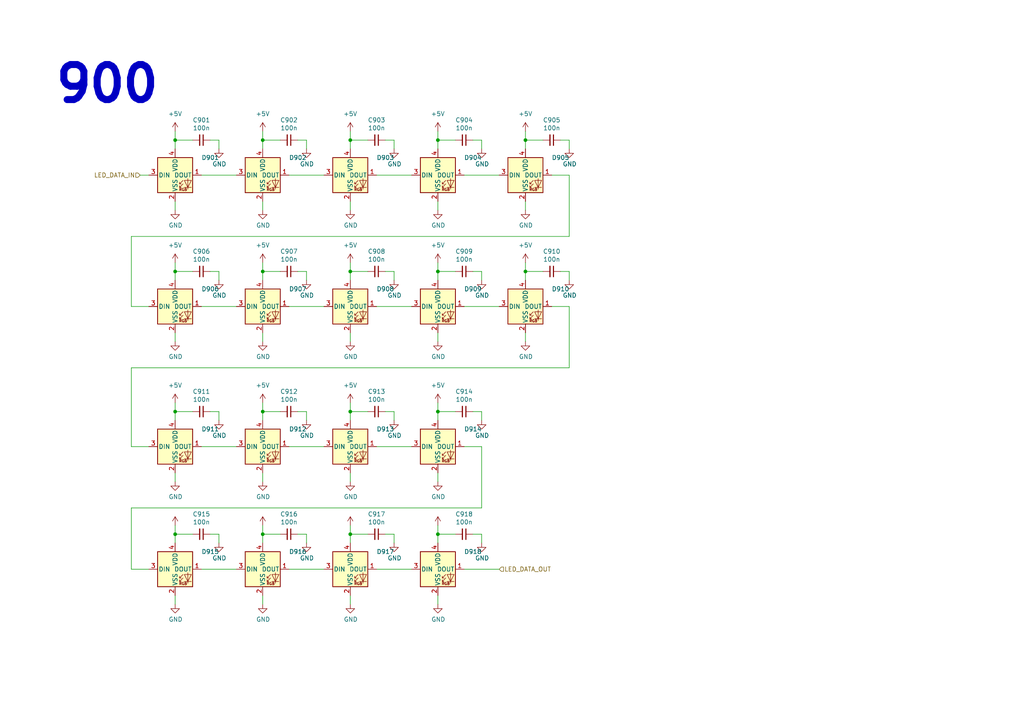
<source format=kicad_sch>
(kicad_sch (version 20230121) (generator eeschema)
  (paper "A4")
  (lib_symbols
    (symbol "power:+5V" (power) (pin_names (offset 0))
      (property "Value" "+5V" (at 0 3.556 0))
      (symbol "+5V_0_1"
        (polyline (pts (xy -0.762 1.27) (xy 0 2.54)))
        (polyline (pts (xy 0 0) (xy 0 2.54)))
        (polyline (pts (xy 0 2.54) (xy 0.762 1.27)))
      )
      (symbol "+5V_1_1"
        (pin power_in line (at 0 0 90) (length 0) hide (name "+5V") (number "1"))
      )
    )
    (symbol "power:GND" (power) (pin_names (offset 0))
      (property "Value" "GND" (at 0 -3.81 0))
      (symbol "GND_0_1"
        (polyline (pts (xy 0 0) (xy 0 -1.27) (xy 1.27 -1.27) (xy 0 -2.54) (xy -1.27 -1.27) (xy 0 -1.27)))
      )
      (symbol "GND_1_1"
        (pin power_in line (at 0 0 270) (length 0) hide (name "GND") (number "1"))
      )
    )
    (symbol "suku_basics:CAP" (pin_numbers hide) (pin_names (offset 0.254) hide)
      (property "Reference" "C" (at 0.254 1.778 0))
      (property "Value" "CAP" (at 0.254 -2.032 0))
      (symbol "CAP_0_1"
        (polyline (pts (xy -1.524 -0.508) (xy 1.524 -0.508)) (stroke (width 0.3302)))
        (polyline (pts (xy -1.524 0.508) (xy 1.524 0.508)) (stroke (width 0.3048)))
      )
      (symbol "CAP_1_1"
        (pin passive line (at 0 2.54 270) (length 2.032) (name "~") (number "1"))
        (pin passive line (at 0 -2.54 90) (length 2.032) (name "~") (number "2"))
      )
    )
    (symbol "suku_basics:UI_WS2812C-2020" (pin_names (offset 0.254))
      (property "Reference" "D" (at 5.08 5.715 0))
      (property "Value" "UI_WS2812C-2020" (at 1.27 -5.715 0))
      (symbol "UI_WS2812C-2020_0_0"
        (text "RGB" (at 2.286 -4.191 0) (effects (font (size 0.762 0.762))))
      )
      (symbol "UI_WS2812C-2020_0_1"
        (polyline (pts (xy 1.27 -3.556) (xy 1.778 -3.556)))
        (polyline (pts (xy 1.27 -2.54) (xy 1.778 -2.54)))
        (polyline (pts (xy 4.699 -3.556) (xy 2.667 -3.556)))
        (polyline (pts (xy 2.286 -2.54) (xy 1.27 -3.556) (xy 1.27 -3.048)))
        (polyline (pts (xy 2.286 -1.524) (xy 1.27 -2.54) (xy 1.27 -2.032)))
        (polyline (pts (xy 3.683 -1.016) (xy 3.683 -3.556) (xy 3.683 -4.064)))
        (polyline (pts (xy 4.699 -1.524) (xy 2.667 -1.524) (xy 3.683 -3.556) (xy 4.699 -1.524)))
        (rectangle (start 5.08 5.08) (end -5.08 -5.08) (stroke (width 0.254)) (fill (type background)))
      )
      (symbol "UI_WS2812C-2020_1_1"
        (pin output line (at 7.62 0 180) (length 2.54) (name "DOUT") (number "1"))
        (pin power_in line (at 0 -7.62 90) (length 2.54) (name "VSS") (number "2"))
        (pin input line (at -7.62 0 0) (length 2.54) (name "DIN") (number "3"))
        (pin power_in line (at 0 7.62 270) (length 2.54) (name "VDD") (number "4"))
      )
    )
  )
  (junction (at 127 40.64))
  (junction (at 101.6 154.94))
  (junction (at 76.2 154.94))
  (junction (at 50.8 119.38))
  (junction (at 76.2 78.74))
  (junction (at 101.6 78.74))
  (junction (at 101.6 119.38))
  (junction (at 50.8 40.64))
  (junction (at 127 154.94))
  (junction (at 152.4 40.64))
  (junction (at 127 78.74))
  (junction (at 127 119.38))
  (junction (at 101.6 40.64))
  (junction (at 152.4 78.74))
  (junction (at 50.8 78.74))
  (junction (at 76.2 119.38))
  (junction (at 50.8 154.94))
  (junction (at 76.2 40.64))
  (wire (pts (xy 139.7 147.32) (xy 38.1 147.32)))
  (wire (pts (xy 81.28 40.64) (xy 76.2 40.64)))
  (wire (pts (xy 127 81.28) (xy 127 78.74)))
  (wire (pts (xy 139.7 129.54) (xy 139.7 147.32)))
  (wire (pts (xy 114.3 40.64) (xy 111.76 40.64)))
  (wire (pts (xy 114.3 78.74) (xy 111.76 78.74)))
  (wire (pts (xy 63.5 78.74) (xy 60.96 78.74)))
  (wire (pts (xy 63.5 81.28) (xy 63.5 78.74)))
  (wire (pts (xy 50.8 40.64) (xy 50.8 38.1)))
  (wire (pts (xy 76.2 157.48) (xy 76.2 154.94)))
  (wire (pts (xy 38.1 129.54) (xy 43.18 129.54)))
  (wire (pts (xy 114.3 157.48) (xy 114.3 154.94)))
  (wire (pts (xy 76.2 60.96) (xy 76.2 58.42)))
  (wire (pts (xy 127 121.92) (xy 127 119.38)))
  (wire (pts (xy 38.1 68.58) (xy 165.1 68.58)))
  (wire (pts (xy 88.9 154.94) (xy 86.36 154.94)))
  (wire (pts (xy 50.8 60.96) (xy 50.8 58.42)))
  (wire (pts (xy 127 139.7) (xy 127 137.16)))
  (wire (pts (xy 165.1 81.28) (xy 165.1 78.74)))
  (wire (pts (xy 88.9 119.38) (xy 86.36 119.38)))
  (wire (pts (xy 38.1 68.58) (xy 38.1 88.9)))
  (wire (pts (xy 58.42 129.54) (xy 68.58 129.54)))
  (wire (pts (xy 81.28 154.94) (xy 76.2 154.94)))
  (wire (pts (xy 63.5 119.38) (xy 60.96 119.38)))
  (wire (pts (xy 76.2 40.64) (xy 76.2 38.1)))
  (wire (pts (xy 38.1 165.1) (xy 43.18 165.1)))
  (wire (pts (xy 63.5 40.64) (xy 60.96 40.64)))
  (wire (pts (xy 38.1 106.68) (xy 38.1 129.54)))
  (wire (pts (xy 165.1 40.64) (xy 162.56 40.64)))
  (wire (pts (xy 114.3 119.38) (xy 111.76 119.38)))
  (wire (pts (xy 38.1 147.32) (xy 38.1 165.1)))
  (wire (pts (xy 114.3 154.94) (xy 111.76 154.94)))
  (wire (pts (xy 165.1 78.74) (xy 162.56 78.74)))
  (wire (pts (xy 127 78.74) (xy 127 76.2)))
  (wire (pts (xy 58.42 165.1) (xy 68.58 165.1)))
  (wire (pts (xy 114.3 43.18) (xy 114.3 40.64)))
  (wire (pts (xy 101.6 175.26) (xy 101.6 172.72)))
  (wire (pts (xy 63.5 43.18) (xy 63.5 40.64)))
  (wire (pts (xy 76.2 76.2) (xy 76.2 78.74)))
  (wire (pts (xy 88.9 121.92) (xy 88.9 119.38)))
  (wire (pts (xy 101.6 43.18) (xy 101.6 40.64)))
  (wire (pts (xy 152.4 99.06) (xy 152.4 96.52)))
  (wire (pts (xy 109.22 129.54) (xy 119.38 129.54)))
  (wire (pts (xy 132.08 154.94) (xy 127 154.94)))
  (wire (pts (xy 152.4 43.18) (xy 152.4 40.64)))
  (wire (pts (xy 50.8 81.28) (xy 50.8 78.74)))
  (wire (pts (xy 83.82 165.1) (xy 93.98 165.1)))
  (wire (pts (xy 101.6 139.7) (xy 101.6 137.16)))
  (wire (pts (xy 63.5 154.94) (xy 60.96 154.94)))
  (wire (pts (xy 50.8 157.48) (xy 50.8 154.94)))
  (wire (pts (xy 127 60.96) (xy 127 58.42)))
  (wire (pts (xy 134.62 165.1) (xy 144.78 165.1)))
  (wire (pts (xy 50.8 175.26) (xy 50.8 172.72)))
  (wire (pts (xy 76.2 121.92) (xy 76.2 119.38)))
  (wire (pts (xy 88.9 43.18) (xy 88.9 40.64)))
  (wire (pts (xy 132.08 78.74) (xy 127 78.74)))
  (wire (pts (xy 38.1 88.9) (xy 43.18 88.9)))
  (wire (pts (xy 88.9 157.48) (xy 88.9 154.94)))
  (wire (pts (xy 81.28 119.38) (xy 76.2 119.38)))
  (wire (pts (xy 76.2 99.06) (xy 76.2 96.52)))
  (wire (pts (xy 101.6 121.92) (xy 101.6 119.38)))
  (wire (pts (xy 165.1 43.18) (xy 165.1 40.64)))
  (wire (pts (xy 101.6 99.06) (xy 101.6 96.52)))
  (wire (pts (xy 106.68 119.38) (xy 101.6 119.38)))
  (wire (pts (xy 40.64 50.8) (xy 43.18 50.8)))
  (wire (pts (xy 50.8 154.94) (xy 50.8 152.4)))
  (wire (pts (xy 127 43.18) (xy 127 40.64)))
  (wire (pts (xy 127 175.26) (xy 127 172.72)))
  (wire (pts (xy 83.82 129.54) (xy 93.98 129.54)))
  (wire (pts (xy 76.2 154.94) (xy 76.2 152.4)))
  (wire (pts (xy 50.8 119.38) (xy 50.8 116.84)))
  (wire (pts (xy 50.8 43.18) (xy 50.8 40.64)))
  (wire (pts (xy 134.62 50.8) (xy 144.78 50.8)))
  (wire (pts (xy 139.7 119.38) (xy 137.16 119.38)))
  (wire (pts (xy 50.8 119.38) (xy 55.88 119.38)))
  (wire (pts (xy 58.42 88.9) (xy 68.58 88.9)))
  (wire (pts (xy 134.62 129.54) (xy 139.7 129.54)))
  (wire (pts (xy 152.4 81.28) (xy 152.4 78.74)))
  (wire (pts (xy 81.28 78.74) (xy 76.2 78.74)))
  (wire (pts (xy 127 40.64) (xy 127 38.1)))
  (wire (pts (xy 58.42 50.8) (xy 68.58 50.8)))
  (wire (pts (xy 160.02 88.9) (xy 165.1 88.9)))
  (wire (pts (xy 160.02 50.8) (xy 165.1 50.8)))
  (wire (pts (xy 76.2 139.7) (xy 76.2 137.16)))
  (wire (pts (xy 50.8 78.74) (xy 55.88 78.74)))
  (wire (pts (xy 109.22 50.8) (xy 119.38 50.8)))
  (wire (pts (xy 106.68 78.74) (xy 101.6 78.74)))
  (wire (pts (xy 134.62 88.9) (xy 144.78 88.9)))
  (wire (pts (xy 114.3 81.28) (xy 114.3 78.74)))
  (wire (pts (xy 101.6 119.38) (xy 101.6 116.84)))
  (wire (pts (xy 152.4 60.96) (xy 152.4 58.42)))
  (wire (pts (xy 83.82 88.9) (xy 93.98 88.9)))
  (wire (pts (xy 101.6 81.28) (xy 101.6 78.74)))
  (wire (pts (xy 152.4 78.74) (xy 152.4 76.2)))
  (wire (pts (xy 88.9 81.28) (xy 88.9 78.74)))
  (wire (pts (xy 139.7 43.18) (xy 139.7 40.64)))
  (wire (pts (xy 63.5 157.48) (xy 63.5 154.94)))
  (wire (pts (xy 127 99.06) (xy 127 96.52)))
  (wire (pts (xy 101.6 40.64) (xy 101.6 38.1)))
  (wire (pts (xy 50.8 139.7) (xy 50.8 137.16)))
  (wire (pts (xy 165.1 68.58) (xy 165.1 50.8)))
  (wire (pts (xy 127 119.38) (xy 127 116.84)))
  (wire (pts (xy 139.7 121.92) (xy 139.7 119.38)))
  (wire (pts (xy 88.9 40.64) (xy 86.36 40.64)))
  (wire (pts (xy 76.2 116.84) (xy 76.2 119.38)))
  (wire (pts (xy 139.7 154.94) (xy 137.16 154.94)))
  (wire (pts (xy 139.7 157.48) (xy 139.7 154.94)))
  (wire (pts (xy 101.6 78.74) (xy 101.6 76.2)))
  (wire (pts (xy 127 154.94) (xy 127 152.4)))
  (wire (pts (xy 139.7 40.64) (xy 137.16 40.64)))
  (wire (pts (xy 106.68 40.64) (xy 101.6 40.64)))
  (wire (pts (xy 50.8 121.92) (xy 50.8 119.38)))
  (wire (pts (xy 101.6 154.94) (xy 101.6 152.4)))
  (wire (pts (xy 101.6 60.96) (xy 101.6 58.42)))
  (wire (pts (xy 165.1 106.68) (xy 165.1 88.9)))
  (wire (pts (xy 132.08 40.64) (xy 127 40.64)))
  (wire (pts (xy 114.3 121.92) (xy 114.3 119.38)))
  (wire (pts (xy 139.7 78.74) (xy 137.16 78.74)))
  (wire (pts (xy 157.48 78.74) (xy 152.4 78.74)))
  (wire (pts (xy 76.2 43.18) (xy 76.2 40.64)))
  (wire (pts (xy 38.1 106.68) (xy 165.1 106.68)))
  (wire (pts (xy 63.5 121.92) (xy 63.5 119.38)))
  (wire (pts (xy 76.2 175.26) (xy 76.2 172.72)))
  (wire (pts (xy 157.48 40.64) (xy 152.4 40.64)))
  (wire (pts (xy 132.08 119.38) (xy 127 119.38)))
  (wire (pts (xy 76.2 81.28) (xy 76.2 78.74)))
  (wire (pts (xy 109.22 165.1) (xy 119.38 165.1)))
  (wire (pts (xy 50.8 78.74) (xy 50.8 76.2)))
  (wire (pts (xy 106.68 154.94) (xy 101.6 154.94)))
  (wire (pts (xy 109.22 88.9) (xy 119.38 88.9)))
  (wire (pts (xy 50.8 99.06) (xy 50.8 96.52)))
  (wire (pts (xy 83.82 50.8) (xy 93.98 50.8)))
  (wire (pts (xy 101.6 157.48) (xy 101.6 154.94)))
  (wire (pts (xy 139.7 81.28) (xy 139.7 78.74)))
  (wire (pts (xy 152.4 40.64) (xy 152.4 38.1)))
  (wire (pts (xy 88.9 78.74) (xy 86.36 78.74)))
  (wire (pts (xy 50.8 154.94) (xy 55.88 154.94)))
  (wire (pts (xy 127 157.48) (xy 127 154.94)))
  (wire (pts (xy 50.8 40.64) (xy 55.88 40.64)))
  (text "900" (at 15.24 30.48 0) (effects (font (size 10.16 10.16) (thickness 2.032) bold) (justify left bottom)))
  (hierarchical_label "LED_DATA_OUT" (shape input) (at 144.78 165.1 0))
  (hierarchical_label "LED_DATA_IN" (shape input) (at 40.64 50.8 180))
  (symbol (lib_id "suku_basics:UI_WS2812C-2020") (at 50.8 50.8 0) (unit 1)
    (property "Reference" "D901" (at 58.42 45.72 0) (effects (justify left)))
    (property "Value" "WS2812C-2020" (effects hide))
    (property "Footprint" "suku_basics:UI_WS2812C-2020" (effects hide))
  )
  (symbol (lib_id "power:GND") (at 50.8 60.96 0) (unit 1)
    (property "Reference" "#PWR0911" (effects hide))
    (property "Value" "GND" (at 50.927 65.3542 0))
  )
  (symbol (lib_id "suku_basics:UI_WS2812C-2020") (at 76.2 50.8 0) (unit 1)
    (property "Reference" "D902" (at 83.82 45.72 0) (effects (justify left)))
    (property "Value" "WS2812C-2020" (effects hide))
    (property "Footprint" "suku_basics:UI_WS2812C-2020" (effects hide))
  )
  (symbol (lib_id "power:GND") (at 76.2 60.96 0) (unit 1)
    (property "Reference" "#PWR0912" (effects hide))
    (property "Value" "GND" (at 76.327 65.3542 0))
  )
  (symbol (lib_id "suku_basics:UI_WS2812C-2020") (at 101.6 50.8 0) (unit 1)
    (property "Reference" "D903" (at 109.22 45.72 0) (effects (justify left)))
    (property "Value" "WS2812C-2020" (effects hide))
    (property "Footprint" "suku_basics:UI_WS2812C-2020" (effects hide))
  )
  (symbol (lib_id "power:GND") (at 101.6 60.96 0) (unit 1)
    (property "Reference" "#PWR0913" (effects hide))
    (property "Value" "GND" (at 101.727 65.3542 0))
  )
  (symbol (lib_id "suku_basics:UI_WS2812C-2020") (at 127 50.8 0) (unit 1)
    (property "Reference" "D904" (at 134.62 45.72 0) (effects (justify left)))
    (property "Value" "WS2812C-2020" (effects hide))
    (property "Footprint" "suku_basics:UI_WS2812C-2020" (effects hide))
  )
  (symbol (lib_id "power:GND") (at 127 60.96 0) (unit 1)
    (property "Reference" "#PWR0914" (effects hide))
    (property "Value" "GND" (at 127.127 65.3542 0))
  )
  (symbol (lib_id "suku_basics:CAP") (at 58.42 40.64 270) (unit 1)
    (property "Reference" "C901" (at 58.42 34.8234 90))
    (property "Value" "100n" (at 58.42 37.1348 90))
    (property "Footprint" "suku_basics:CAP_0402" (effects hide))
  )
  (symbol (lib_id "power:GND") (at 63.5 43.18 0) (unit 1)
    (property "Reference" "#PWR0906" (effects hide))
    (property "Value" "GND" (at 63.627 47.5742 0))
  )
  (symbol (lib_id "suku_basics:CAP") (at 83.82 40.64 270) (unit 1)
    (property "Reference" "C902" (at 83.82 34.8234 90))
    (property "Value" "100n" (at 83.82 37.1348 90))
    (property "Footprint" "suku_basics:CAP_0402" (effects hide))
  )
  (symbol (lib_id "power:GND") (at 88.9 43.18 0) (unit 1)
    (property "Reference" "#PWR0907" (effects hide))
    (property "Value" "GND" (at 89.027 47.5742 0))
  )
  (symbol (lib_id "suku_basics:CAP") (at 109.22 40.64 270) (unit 1)
    (property "Reference" "C903" (at 109.22 34.8234 90))
    (property "Value" "100n" (at 109.22 37.1348 90))
    (property "Footprint" "suku_basics:CAP_0402" (effects hide))
  )
  (symbol (lib_id "power:GND") (at 114.3 43.18 0) (unit 1)
    (property "Reference" "#PWR0908" (effects hide))
    (property "Value" "GND" (at 114.427 47.5742 0))
  )
  (symbol (lib_id "suku_basics:CAP") (at 134.62 40.64 270) (unit 1)
    (property "Reference" "C904" (at 134.62 34.8234 90))
    (property "Value" "100n" (at 134.62 37.1348 90))
    (property "Footprint" "suku_basics:CAP_0402" (effects hide))
  )
  (symbol (lib_id "power:GND") (at 139.7 43.18 0) (unit 1)
    (property "Reference" "#PWR0909" (effects hide))
    (property "Value" "GND" (at 139.827 47.5742 0))
  )
  (symbol (lib_id "suku_basics:UI_WS2812C-2020") (at 50.8 88.9 0) (unit 1)
    (property "Reference" "D906" (at 58.42 83.82 0) (effects (justify left)))
    (property "Value" "WS2812C-2020" (effects hide))
    (property "Footprint" "suku_basics:UI_WS2812C-2020" (effects hide))
  )
  (symbol (lib_id "power:GND") (at 50.8 99.06 0) (unit 1)
    (property "Reference" "#PWR0926" (effects hide))
    (property "Value" "GND" (at 50.927 103.4542 0))
  )
  (symbol (lib_id "suku_basics:UI_WS2812C-2020") (at 76.2 88.9 0) (unit 1)
    (property "Reference" "D907" (at 83.82 83.82 0) (effects (justify left)))
    (property "Value" "WS2812C-2020" (effects hide))
    (property "Footprint" "suku_basics:UI_WS2812C-2020" (effects hide))
  )
  (symbol (lib_id "power:GND") (at 76.2 99.06 0) (unit 1)
    (property "Reference" "#PWR0927" (effects hide))
    (property "Value" "GND" (at 76.327 103.4542 0))
  )
  (symbol (lib_id "suku_basics:UI_WS2812C-2020") (at 101.6 88.9 0) (unit 1)
    (property "Reference" "D908" (at 109.22 83.82 0) (effects (justify left)))
    (property "Value" "WS2812C-2020" (effects hide))
    (property "Footprint" "suku_basics:UI_WS2812C-2020" (effects hide))
  )
  (symbol (lib_id "power:GND") (at 101.6 99.06 0) (unit 1)
    (property "Reference" "#PWR0928" (effects hide))
    (property "Value" "GND" (at 101.727 103.4542 0))
  )
  (symbol (lib_id "suku_basics:UI_WS2812C-2020") (at 127 88.9 0) (unit 1)
    (property "Reference" "D909" (at 134.62 83.82 0) (effects (justify left)))
    (property "Value" "WS2812C-2020" (effects hide))
    (property "Footprint" "suku_basics:UI_WS2812C-2020" (effects hide))
  )
  (symbol (lib_id "power:GND") (at 127 99.06 0) (unit 1)
    (property "Reference" "#PWR0929" (effects hide))
    (property "Value" "GND" (at 127.127 103.4542 0))
  )
  (symbol (lib_id "suku_basics:CAP") (at 58.42 78.74 270) (unit 1)
    (property "Reference" "C906" (at 58.42 72.9234 90))
    (property "Value" "100n" (at 58.42 75.2348 90))
    (property "Footprint" "suku_basics:CAP_0402" (effects hide))
  )
  (symbol (lib_id "power:GND") (at 63.5 81.28 0) (unit 1)
    (property "Reference" "#PWR0921" (effects hide))
    (property "Value" "GND" (at 63.627 85.6742 0))
  )
  (symbol (lib_id "suku_basics:CAP") (at 83.82 78.74 270) (unit 1)
    (property "Reference" "C907" (at 83.82 72.9234 90))
    (property "Value" "100n" (at 83.82 75.2348 90))
    (property "Footprint" "suku_basics:CAP_0402" (effects hide))
  )
  (symbol (lib_id "power:GND") (at 88.9 81.28 0) (unit 1)
    (property "Reference" "#PWR0922" (effects hide))
    (property "Value" "GND" (at 89.027 85.6742 0))
  )
  (symbol (lib_id "suku_basics:CAP") (at 109.22 78.74 270) (unit 1)
    (property "Reference" "C908" (at 109.22 72.9234 90))
    (property "Value" "100n" (at 109.22 75.2348 90))
    (property "Footprint" "suku_basics:CAP_0402" (effects hide))
  )
  (symbol (lib_id "power:GND") (at 114.3 81.28 0) (unit 1)
    (property "Reference" "#PWR0923" (effects hide))
    (property "Value" "GND" (at 114.427 85.6742 0))
  )
  (symbol (lib_id "suku_basics:CAP") (at 134.62 78.74 270) (unit 1)
    (property "Reference" "C909" (at 134.62 72.9234 90))
    (property "Value" "100n" (at 134.62 75.2348 90))
    (property "Footprint" "suku_basics:CAP_0402" (effects hide))
  )
  (symbol (lib_id "power:GND") (at 139.7 81.28 0) (unit 1)
    (property "Reference" "#PWR0924" (effects hide))
    (property "Value" "GND" (at 139.827 85.6742 0))
  )
  (symbol (lib_id "suku_basics:UI_WS2812C-2020") (at 50.8 165.1 0) (unit 1)
    (property "Reference" "D915" (at 58.42 160.02 0) (effects (justify left)))
    (property "Value" "WS2812C-2020" (effects hide))
    (property "Footprint" "suku_basics:UI_WS2812C-2020" (effects hide))
  )
  (symbol (lib_id "power:GND") (at 50.8 175.26 0) (unit 1)
    (property "Reference" "#PWR0953" (effects hide))
    (property "Value" "GND" (at 50.927 179.6542 0))
  )
  (symbol (lib_id "suku_basics:UI_WS2812C-2020") (at 76.2 165.1 0) (unit 1)
    (property "Reference" "D916" (at 83.82 160.02 0) (effects (justify left)))
    (property "Value" "WS2812C-2020" (effects hide))
    (property "Footprint" "suku_basics:UI_WS2812C-2020" (effects hide))
  )
  (symbol (lib_id "power:GND") (at 76.2 175.26 0) (unit 1)
    (property "Reference" "#PWR0954" (effects hide))
    (property "Value" "GND" (at 76.327 179.6542 0))
  )
  (symbol (lib_id "suku_basics:UI_WS2812C-2020") (at 101.6 165.1 0) (unit 1)
    (property "Reference" "D917" (at 109.22 160.02 0) (effects (justify left)))
    (property "Value" "WS2812C-2020" (effects hide))
    (property "Footprint" "suku_basics:UI_WS2812C-2020" (effects hide))
  )
  (symbol (lib_id "power:GND") (at 101.6 175.26 0) (unit 1)
    (property "Reference" "#PWR0955" (effects hide))
    (property "Value" "GND" (at 101.727 179.6542 0))
  )
  (symbol (lib_id "suku_basics:UI_WS2812C-2020") (at 127 165.1 0) (unit 1)
    (property "Reference" "D918" (at 134.62 160.02 0) (effects (justify left)))
    (property "Value" "WS2812C-2020" (effects hide))
    (property "Footprint" "suku_basics:UI_WS2812C-2020" (effects hide))
  )
  (symbol (lib_id "power:GND") (at 127 175.26 0) (unit 1)
    (property "Reference" "#PWR0956" (effects hide))
    (property "Value" "GND" (at 127.127 179.6542 0))
  )
  (symbol (lib_id "suku_basics:CAP") (at 58.42 154.94 270) (unit 1)
    (property "Reference" "C915" (at 58.42 149.1234 90))
    (property "Value" "100n" (at 58.42 151.4348 90))
    (property "Footprint" "suku_basics:CAP_0402" (effects hide))
  )
  (symbol (lib_id "power:GND") (at 63.5 157.48 0) (unit 1)
    (property "Reference" "#PWR0949" (effects hide))
    (property "Value" "GND" (at 63.627 161.8742 0))
  )
  (symbol (lib_id "suku_basics:CAP") (at 83.82 154.94 270) (unit 1)
    (property "Reference" "C916" (at 83.82 149.1234 90))
    (property "Value" "100n" (at 83.82 151.4348 90))
    (property "Footprint" "suku_basics:CAP_0402" (effects hide))
  )
  (symbol (lib_id "power:GND") (at 88.9 157.48 0) (unit 1)
    (property "Reference" "#PWR0950" (effects hide))
    (property "Value" "GND" (at 89.027 161.8742 0))
  )
  (symbol (lib_id "suku_basics:CAP") (at 109.22 154.94 270) (unit 1)
    (property "Reference" "C917" (at 109.22 149.1234 90))
    (property "Value" "100n" (at 109.22 151.4348 90))
    (property "Footprint" "suku_basics:CAP_0402" (effects hide))
  )
  (symbol (lib_id "power:GND") (at 114.3 157.48 0) (unit 1)
    (property "Reference" "#PWR0951" (effects hide))
    (property "Value" "GND" (at 114.427 161.8742 0))
  )
  (symbol (lib_id "suku_basics:CAP") (at 134.62 154.94 270) (unit 1)
    (property "Reference" "C918" (at 134.62 149.1234 90))
    (property "Value" "100n" (at 134.62 151.4348 90))
    (property "Footprint" "suku_basics:CAP_0402" (effects hide))
  )
  (symbol (lib_id "power:GND") (at 139.7 157.48 0) (unit 1)
    (property "Reference" "#PWR0952" (effects hide))
    (property "Value" "GND" (at 139.827 161.8742 0))
  )
  (symbol (lib_id "suku_basics:UI_WS2812C-2020") (at 76.2 129.54 0) (unit 1)
    (property "Reference" "D912" (at 83.82 124.46 0) (effects (justify left)))
    (property "Value" "WS2812C-2020" (effects hide))
    (property "Footprint" "suku_basics:UI_WS2812C-2020" (effects hide))
  )
  (symbol (lib_id "suku_basics:UI_WS2812C-2020") (at 152.4 88.9 0) (unit 1)
    (property "Reference" "D910" (at 160.02 83.82 0) (effects (justify left)))
    (property "Value" "WS2812C-2020" (effects hide))
    (property "Footprint" "suku_basics:UI_WS2812C-2020" (effects hide))
  )
  (symbol (lib_id "power:GND") (at 152.4 60.96 0) (unit 1)
    (property "Reference" "#PWR0915" (effects hide))
    (property "Value" "GND" (at 152.527 65.3542 0))
  )
  (symbol (lib_id "suku_basics:CAP") (at 160.02 40.64 270) (unit 1)
    (property "Reference" "C905" (at 160.02 34.8234 90))
    (property "Value" "100n" (at 160.02 37.1348 90))
    (property "Footprint" "suku_basics:CAP_0402" (effects hide))
  )
  (symbol (lib_id "power:+5V") (at 127 152.4 0) (unit 1)
    (property "Reference" "#PWR0948" (effects hide))
    (property "Value" "+5V" (effects hide))
  )
  (symbol (lib_id "power:GND") (at 165.1 43.18 0) (unit 1)
    (property "Reference" "#PWR0910" (effects hide))
    (property "Value" "GND" (at 165.227 47.5742 0))
  )
  (symbol (lib_id "power:+5V") (at 101.6 152.4 0) (unit 1)
    (property "Reference" "#PWR0947" (effects hide))
    (property "Value" "+5V" (effects hide))
  )
  (symbol (lib_id "power:GND") (at 152.4 99.06 0) (unit 1)
    (property "Reference" "#PWR0930" (effects hide))
    (property "Value" "GND" (at 152.527 103.4542 0))
  )
  (symbol (lib_id "power:+5V") (at 76.2 38.1 0) (unit 1)
    (property "Reference" "#PWR0902" (effects hide))
    (property "Value" "+5V" (at 76.2 33.02 0))
  )
  (symbol (lib_id "power:GND") (at 76.2 139.7 0) (unit 1)
    (property "Reference" "#PWR0940" (effects hide))
    (property "Value" "GND" (at 76.327 144.0942 0))
  )
  (symbol (lib_id "power:GND") (at 88.9 121.92 0) (unit 1)
    (property "Reference" "#PWR0936" (effects hide))
    (property "Value" "GND" (at 89.027 126.3142 0))
  )
  (symbol (lib_id "power:+5V") (at 127 38.1 0) (unit 1)
    (property "Reference" "#PWR0904" (effects hide))
    (property "Value" "+5V" (at 127 33.02 0))
  )
  (symbol (lib_id "suku_basics:CAP") (at 58.42 119.38 270) (unit 1)
    (property "Reference" "C911" (at 58.42 113.5634 90))
    (property "Value" "100n" (at 58.42 115.8748 90))
    (property "Footprint" "suku_basics:CAP_0402" (effects hide))
  )
  (symbol (lib_id "suku_basics:CAP") (at 83.82 119.38 270) (unit 1)
    (property "Reference" "C912" (at 83.82 113.5634 90))
    (property "Value" "100n" (at 83.82 115.8748 90))
    (property "Footprint" "suku_basics:CAP_0402" (effects hide))
  )
  (symbol (lib_id "suku_basics:UI_WS2812C-2020") (at 127 129.54 0) (unit 1)
    (property "Reference" "D914" (at 134.62 124.46 0) (effects (justify left)))
    (property "Value" "WS2812C-2020" (effects hide))
    (property "Footprint" "suku_basics:UI_WS2812C-2020" (effects hide))
  )
  (symbol (lib_id "power:GND") (at 165.1 81.28 0) (unit 1)
    (property "Reference" "#PWR0925" (effects hide))
    (property "Value" "GND" (at 165.227 85.6742 0))
  )
  (symbol (lib_id "power:+5V") (at 101.6 116.84 0) (unit 1)
    (property "Reference" "#PWR0933" (effects hide))
    (property "Value" "+5V" (at 101.6 111.76 0))
  )
  (symbol (lib_id "power:+5V") (at 50.8 152.4 0) (unit 1)
    (property "Reference" "#PWR0945" (effects hide))
    (property "Value" "+5V" (effects hide))
  )
  (symbol (lib_id "power:+5V") (at 76.2 116.84 0) (unit 1)
    (property "Reference" "#PWR0932" (effects hide))
    (property "Value" "+5V" (at 76.2 111.76 0))
  )
  (symbol (lib_id "power:+5V") (at 152.4 76.2 0) (unit 1)
    (property "Reference" "#PWR0920" (effects hide))
    (property "Value" "+5V" (at 152.4 71.12 0))
  )
  (symbol (lib_id "suku_basics:CAP") (at 160.02 78.74 270) (unit 1)
    (property "Reference" "C910" (at 160.02 72.9234 90))
    (property "Value" "100n" (at 160.02 75.2348 90))
    (property "Footprint" "suku_basics:CAP_0402" (effects hide))
  )
  (symbol (lib_id "power:+5V") (at 127 76.2 0) (unit 1)
    (property "Reference" "#PWR0919" (effects hide))
    (property "Value" "+5V" (at 127 71.12 0))
  )
  (symbol (lib_id "suku_basics:UI_WS2812C-2020") (at 101.6 129.54 0) (unit 1)
    (property "Reference" "D913" (at 109.22 124.46 0) (effects (justify left)))
    (property "Value" "WS2812C-2020" (effects hide))
    (property "Footprint" "suku_basics:UI_WS2812C-2020" (effects hide))
  )
  (symbol (lib_id "power:+5V") (at 101.6 76.2 0) (unit 1)
    (property "Reference" "#PWR0918" (effects hide))
    (property "Value" "+5V" (at 101.6 71.12 0))
  )
  (symbol (lib_id "power:GND") (at 63.5 121.92 0) (unit 1)
    (property "Reference" "#PWR0935" (effects hide))
    (property "Value" "GND" (at 63.627 126.3142 0))
  )
  (symbol (lib_id "power:GND") (at 127 139.7 0) (unit 1)
    (property "Reference" "#PWR0944" (effects hide))
    (property "Value" "GND" (at 127.127 144.0942 0))
  )
  (symbol (lib_id "power:GND") (at 101.6 139.7 0) (unit 1)
    (property "Reference" "#PWR0941" (effects hide))
    (property "Value" "GND" (at 101.727 144.0942 0))
  )
  (symbol (lib_id "power:GND") (at 50.8 139.7 0) (unit 1)
    (property "Reference" "#PWR0939" (effects hide))
    (property "Value" "GND" (at 50.927 144.0942 0))
  )
  (symbol (lib_id "power:+5V") (at 50.8 76.2 0) (unit 1)
    (property "Reference" "#PWR0916" (effects hide))
    (property "Value" "+5V" (at 50.8 71.12 0))
  )
  (symbol (lib_id "power:+5V") (at 50.8 116.84 0) (unit 1)
    (property "Reference" "#PWR0931" (effects hide))
    (property "Value" "+5V" (at 50.8 111.76 0))
  )
  (symbol (lib_id "power:GND") (at 139.7 121.92 0) (unit 1)
    (property "Reference" "#PWR0938" (effects hide))
    (property "Value" "GND" (at 139.827 126.3142 0))
  )
  (symbol (lib_id "power:GND") (at 114.3 121.92 0) (unit 1)
    (property "Reference" "#PWR0937" (effects hide))
    (property "Value" "GND" (at 114.427 126.3142 0))
  )
  (symbol (lib_id "power:+5V") (at 50.8 38.1 0) (unit 1)
    (property "Reference" "#PWR0901" (effects hide))
    (property "Value" "+5V" (at 50.8 33.02 0))
  )
  (symbol (lib_id "suku_basics:CAP") (at 134.62 119.38 270) (unit 1)
    (property "Reference" "C914" (at 134.62 113.5634 90))
    (property "Value" "100n" (at 134.62 115.8748 90))
    (property "Footprint" "suku_basics:CAP_0402" (effects hide))
  )
  (symbol (lib_id "power:+5V") (at 127 116.84 0) (unit 1)
    (property "Reference" "#PWR0934" (effects hide))
    (property "Value" "+5V" (at 127 111.76 0))
  )
  (symbol (lib_id "power:+5V") (at 76.2 152.4 0) (unit 1)
    (property "Reference" "#PWR0946" (effects hide))
    (property "Value" "+5V" (effects hide))
  )
  (symbol (lib_id "power:+5V") (at 76.2 76.2 0) (unit 1)
    (property "Reference" "#PWR0917" (effects hide))
    (property "Value" "+5V" (at 76.2 71.12 0))
  )
  (symbol (lib_id "power:+5V") (at 101.6 38.1 0) (unit 1)
    (property "Reference" "#PWR0903" (effects hide))
    (property "Value" "+5V" (at 101.6 33.02 0))
  )
  (symbol (lib_id "power:+5V") (at 152.4 38.1 0) (unit 1)
    (property "Reference" "#PWR0905" (effects hide))
    (property "Value" "+5V" (at 152.4 33.02 0))
  )
  (symbol (lib_id "suku_basics:UI_WS2812C-2020") (at 152.4 50.8 0) (unit 1)
    (property "Reference" "D905" (at 160.02 45.72 0) (effects (justify left)))
    (property "Value" "WS2812C-2020" (effects hide))
    (property "Footprint" "suku_basics:UI_WS2812C-2020" (effects hide))
  )
  (symbol (lib_id "suku_basics:UI_WS2812C-2020") (at 50.8 129.54 0) (unit 1)
    (property "Reference" "D911" (at 58.42 124.46 0) (effects (justify left)))
    (property "Value" "WS2812C-2020" (effects hide))
    (property "Footprint" "suku_basics:UI_WS2812C-2020" (effects hide))
  )
  (symbol (lib_id "suku_basics:CAP") (at 109.22 119.38 270) (unit 1)
    (property "Reference" "C913" (at 109.22 113.5634 90))
    (property "Value" "100n" (at 109.22 115.8748 90))
    (property "Footprint" "suku_basics:CAP_0402" (effects hide))
  )
)
</source>
